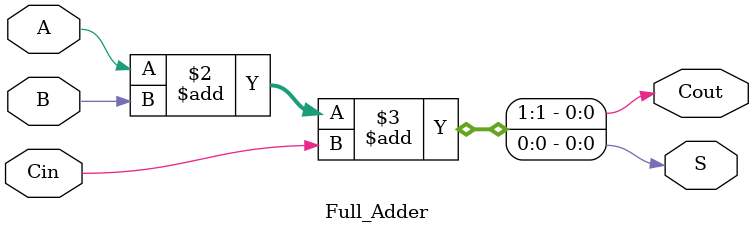
<source format=v>
module Full_Adder (
    input  wire A,
    input  wire B,
    input  wire Cin,
    output reg  S,
    output reg  Cout
);
    always @(*) begin
        {Cout, S} = A + B + Cin;
    end
endmodule


</source>
